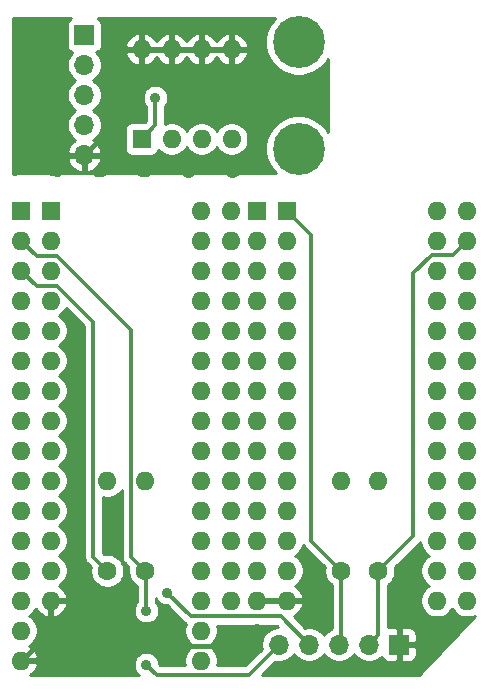
<source format=gbl>
G04 #@! TF.GenerationSoftware,KiCad,Pcbnew,(5.1.6)-1*
G04 #@! TF.CreationDate,2020-07-20T19:56:41+03:00*
G04 #@! TF.ProjectId,CPC_MultiROM_01,4350435f-4d75-46c7-9469-524f4d5f3031,rev?*
G04 #@! TF.SameCoordinates,Original*
G04 #@! TF.FileFunction,Copper,L2,Bot*
G04 #@! TF.FilePolarity,Positive*
%FSLAX46Y46*%
G04 Gerber Fmt 4.6, Leading zero omitted, Abs format (unit mm)*
G04 Created by KiCad (PCBNEW (5.1.6)-1) date 2020-07-20 19:56:41*
%MOMM*%
%LPD*%
G01*
G04 APERTURE LIST*
G04 #@! TA.AperFunction,ComponentPad*
%ADD10O,1.600000X1.600000*%
G04 #@! TD*
G04 #@! TA.AperFunction,ComponentPad*
%ADD11C,1.600000*%
G04 #@! TD*
G04 #@! TA.AperFunction,ComponentPad*
%ADD12R,1.600000X1.600000*%
G04 #@! TD*
G04 #@! TA.AperFunction,ComponentPad*
%ADD13C,0.700000*%
G04 #@! TD*
G04 #@! TA.AperFunction,ComponentPad*
%ADD14C,4.400000*%
G04 #@! TD*
G04 #@! TA.AperFunction,ComponentPad*
%ADD15O,1.700000X1.700000*%
G04 #@! TD*
G04 #@! TA.AperFunction,ComponentPad*
%ADD16R,1.700000X1.700000*%
G04 #@! TD*
G04 #@! TA.AperFunction,ViaPad*
%ADD17C,0.900000*%
G04 #@! TD*
G04 #@! TA.AperFunction,Conductor*
%ADD18C,0.300000*%
G04 #@! TD*
G04 #@! TA.AperFunction,Conductor*
%ADD19C,0.400000*%
G04 #@! TD*
G04 #@! TA.AperFunction,Conductor*
%ADD20C,0.254000*%
G04 #@! TD*
G04 APERTURE END LIST*
D10*
X153750000Y-91880000D03*
D11*
X153750000Y-99500000D03*
D10*
X150622000Y-91880000D03*
D11*
X150622000Y-99500000D03*
D10*
X130810000Y-91880000D03*
D11*
X130810000Y-99500000D03*
D10*
X134000000Y-91880000D03*
D11*
X134000000Y-99500000D03*
D10*
X133700000Y-55330000D03*
X141320000Y-62950000D03*
X136240000Y-55330000D03*
X138780000Y-62950000D03*
X138780000Y-55330000D03*
X136240000Y-62950000D03*
X141320000Y-55330000D03*
D12*
X133700000Y-62950000D03*
D13*
X148166726Y-53583274D03*
X147000000Y-53100000D03*
X145833274Y-53583274D03*
X145350000Y-54750000D03*
X145833274Y-55916726D03*
X147000000Y-56400000D03*
X148166726Y-55916726D03*
X148650000Y-54750000D03*
D14*
X147000000Y-54750000D03*
D13*
X148166726Y-62583274D03*
X147000000Y-62100000D03*
X145833274Y-62583274D03*
X145350000Y-63750000D03*
X145833274Y-64916726D03*
X147000000Y-65400000D03*
X148166726Y-64916726D03*
X148650000Y-63750000D03*
D14*
X147000000Y-63750000D03*
D15*
X128850000Y-64310000D03*
X128850000Y-61770000D03*
X128850000Y-59230000D03*
X128850000Y-56690000D03*
D16*
X128850000Y-54150000D03*
D10*
X158740000Y-69000000D03*
X143500000Y-102020000D03*
X158740000Y-71540000D03*
X143500000Y-99480000D03*
X158740000Y-74080000D03*
X143500000Y-96940000D03*
X158740000Y-76620000D03*
X143500000Y-94400000D03*
X158740000Y-79160000D03*
X143500000Y-91860000D03*
X158740000Y-81700000D03*
X143500000Y-89320000D03*
X158740000Y-84240000D03*
X143500000Y-86780000D03*
X158740000Y-86780000D03*
X143500000Y-84240000D03*
X158740000Y-89320000D03*
X143500000Y-81700000D03*
X158740000Y-91860000D03*
X143500000Y-79160000D03*
X158740000Y-94400000D03*
X143500000Y-76620000D03*
X158740000Y-96940000D03*
X143500000Y-74080000D03*
X158740000Y-99480000D03*
X143500000Y-71540000D03*
X158740000Y-102020000D03*
D12*
X143500000Y-69000000D03*
D15*
X145340000Y-105750000D03*
X147880000Y-105750000D03*
X150420000Y-105750000D03*
X152960000Y-105750000D03*
D16*
X155500000Y-105750000D03*
D10*
X161240000Y-69000000D03*
X146000000Y-102020000D03*
X161240000Y-71540000D03*
X146000000Y-99480000D03*
X161240000Y-74080000D03*
X146000000Y-96940000D03*
X161240000Y-76620000D03*
X146000000Y-94400000D03*
X161240000Y-79160000D03*
X146000000Y-91860000D03*
X161240000Y-81700000D03*
X146000000Y-89320000D03*
X161240000Y-84240000D03*
X146000000Y-86780000D03*
X161240000Y-86780000D03*
X146000000Y-84240000D03*
X161240000Y-89320000D03*
X146000000Y-81700000D03*
X161240000Y-91860000D03*
X146000000Y-79160000D03*
X161240000Y-94400000D03*
X146000000Y-76620000D03*
X161240000Y-96940000D03*
X146000000Y-74080000D03*
X161240000Y-99480000D03*
X146000000Y-71540000D03*
X161240000Y-102020000D03*
D12*
X146000000Y-69000000D03*
D10*
X138740000Y-69000000D03*
X123500000Y-107100000D03*
X138740000Y-71540000D03*
X123500000Y-104560000D03*
X138740000Y-74080000D03*
X123500000Y-102020000D03*
X138740000Y-76620000D03*
X123500000Y-99480000D03*
X138740000Y-79160000D03*
X123500000Y-96940000D03*
X138740000Y-81700000D03*
X123500000Y-94400000D03*
X138740000Y-84240000D03*
X123500000Y-91860000D03*
X138740000Y-86780000D03*
X123500000Y-89320000D03*
X138740000Y-89320000D03*
X123500000Y-86780000D03*
X138740000Y-91860000D03*
X123500000Y-84240000D03*
X138740000Y-94400000D03*
X123500000Y-81700000D03*
X138740000Y-96940000D03*
X123500000Y-79160000D03*
X138740000Y-99480000D03*
X123500000Y-76620000D03*
X138740000Y-102020000D03*
X123500000Y-74080000D03*
X138740000Y-104560000D03*
X123500000Y-71540000D03*
X138740000Y-107100000D03*
D12*
X123500000Y-69000000D03*
D10*
X141240000Y-69000000D03*
X126000000Y-102020000D03*
X141240000Y-71540000D03*
X126000000Y-99480000D03*
X141240000Y-74080000D03*
X126000000Y-96940000D03*
X141240000Y-76620000D03*
X126000000Y-94400000D03*
X141240000Y-79160000D03*
X126000000Y-91860000D03*
X141240000Y-81700000D03*
X126000000Y-89320000D03*
X141240000Y-84240000D03*
X126000000Y-86780000D03*
X141240000Y-86780000D03*
X126000000Y-84240000D03*
X141240000Y-89320000D03*
X126000000Y-81700000D03*
X141240000Y-91860000D03*
X126000000Y-79160000D03*
X141240000Y-94400000D03*
X126000000Y-76620000D03*
X141240000Y-96940000D03*
X126000000Y-74080000D03*
X141240000Y-99480000D03*
X126000000Y-71540000D03*
X141240000Y-102020000D03*
D12*
X126000000Y-69000000D03*
D17*
X135890000Y-101346000D03*
X134112000Y-107442000D03*
X134112000Y-102870000D03*
X143510000Y-104394000D03*
X134874000Y-59436000D03*
D18*
X124839999Y-75419999D02*
X123500000Y-74080000D01*
X126576001Y-75419999D02*
X124839999Y-75419999D01*
X129609999Y-78453997D02*
X126576001Y-75419999D01*
X129609999Y-98299999D02*
X129609999Y-78453997D01*
X130810000Y-99500000D02*
X129609999Y-98299999D01*
X145489999Y-103359999D02*
X137903999Y-103359999D01*
X147880000Y-105750000D02*
X145489999Y-103359999D01*
X137903999Y-103359999D02*
X135890000Y-101346000D01*
X135890000Y-101346000D02*
X135890000Y-101346000D01*
X124839999Y-72879999D02*
X123500000Y-71540000D01*
X126576001Y-72879999D02*
X124839999Y-72879999D01*
X132799999Y-79103997D02*
X126576001Y-72879999D01*
X132799999Y-98299999D02*
X132799999Y-79103997D01*
X134000000Y-99500000D02*
X132799999Y-98299999D01*
X145340000Y-105750000D02*
X145329999Y-105760001D01*
X142789999Y-108300001D02*
X134970001Y-108300001D01*
X145340000Y-105750000D02*
X142789999Y-108300001D01*
X134970001Y-108300001D02*
X134112000Y-107442000D01*
X134112000Y-107442000D02*
X134112000Y-107442000D01*
X134112000Y-99612000D02*
X134000000Y-99500000D01*
X134112000Y-102870000D02*
X134112000Y-99612000D01*
X153750000Y-99500000D02*
X156718000Y-96532000D01*
X160039999Y-72740001D02*
X161240000Y-71540000D01*
X158303997Y-72740001D02*
X160039999Y-72740001D01*
X156718000Y-74325998D02*
X158303997Y-72740001D01*
X156718000Y-96532000D02*
X156718000Y-74325998D01*
X153750000Y-104960000D02*
X152960000Y-105750000D01*
X153750000Y-99500000D02*
X153750000Y-104960000D01*
X150622000Y-99500000D02*
X148082000Y-96960000D01*
X148082000Y-71082000D02*
X146000000Y-69000000D01*
X148082000Y-96960000D02*
X148082000Y-71082000D01*
X150622000Y-105548000D02*
X150420000Y-105750000D01*
X150622000Y-99500000D02*
X150622000Y-105548000D01*
D19*
X124750001Y-105849999D02*
X142054001Y-105849999D01*
X123500000Y-107100000D02*
X124750001Y-105849999D01*
X142054001Y-105849999D02*
X143510000Y-104394000D01*
X143510000Y-104394000D02*
X143510000Y-104394000D01*
X133700000Y-59460000D02*
X133700000Y-55330000D01*
X128850000Y-64310000D02*
X133700000Y-59460000D01*
X133700000Y-55330000D02*
X136240000Y-55330000D01*
X136240000Y-55330000D02*
X138780000Y-55330000D01*
X138780000Y-55330000D02*
X141320000Y-55330000D01*
D18*
X134874000Y-61776000D02*
X133700000Y-62950000D01*
X134874000Y-59436000D02*
X134874000Y-61776000D01*
D20*
G36*
X128825000Y-78779156D02*
G01*
X128824999Y-98261446D01*
X128821202Y-98299999D01*
X128824999Y-98338552D01*
X128824999Y-98338559D01*
X128836358Y-98453885D01*
X128881245Y-98601858D01*
X128954137Y-98738231D01*
X129052235Y-98857763D01*
X129082189Y-98882346D01*
X129405446Y-99205603D01*
X129375000Y-99358665D01*
X129375000Y-99641335D01*
X129430147Y-99918574D01*
X129538320Y-100179727D01*
X129695363Y-100414759D01*
X129895241Y-100614637D01*
X130130273Y-100771680D01*
X130391426Y-100879853D01*
X130668665Y-100935000D01*
X130951335Y-100935000D01*
X131228574Y-100879853D01*
X131489727Y-100771680D01*
X131724759Y-100614637D01*
X131924637Y-100414759D01*
X132081680Y-100179727D01*
X132189853Y-99918574D01*
X132245000Y-99641335D01*
X132245000Y-99358665D01*
X132189853Y-99081426D01*
X132081680Y-98820273D01*
X131924637Y-98585241D01*
X131724759Y-98385363D01*
X131489727Y-98228320D01*
X131228574Y-98120147D01*
X130951335Y-98065000D01*
X130668665Y-98065000D01*
X130515603Y-98095446D01*
X130394999Y-97974842D01*
X130394999Y-93260564D01*
X130668665Y-93315000D01*
X130951335Y-93315000D01*
X131228574Y-93259853D01*
X131489727Y-93151680D01*
X131724759Y-92994637D01*
X131924637Y-92794759D01*
X132014999Y-92659522D01*
X132014999Y-98261446D01*
X132011202Y-98299999D01*
X132014999Y-98338552D01*
X132014999Y-98338559D01*
X132026358Y-98453885D01*
X132071245Y-98601858D01*
X132144137Y-98738231D01*
X132242235Y-98857763D01*
X132272189Y-98882346D01*
X132595446Y-99205603D01*
X132565000Y-99358665D01*
X132565000Y-99641335D01*
X132620147Y-99918574D01*
X132728320Y-100179727D01*
X132885363Y-100414759D01*
X133085241Y-100614637D01*
X133320273Y-100771680D01*
X133327001Y-100774467D01*
X133327000Y-102120578D01*
X133269225Y-102178353D01*
X133150485Y-102356060D01*
X133068696Y-102553517D01*
X133027000Y-102763137D01*
X133027000Y-102976863D01*
X133068696Y-103186483D01*
X133150485Y-103383940D01*
X133269225Y-103561647D01*
X133420353Y-103712775D01*
X133598060Y-103831515D01*
X133795517Y-103913304D01*
X134005137Y-103955000D01*
X134218863Y-103955000D01*
X134428483Y-103913304D01*
X134625940Y-103831515D01*
X134803647Y-103712775D01*
X134954775Y-103561647D01*
X135073515Y-103383940D01*
X135155304Y-103186483D01*
X135197000Y-102976863D01*
X135197000Y-102763137D01*
X135155304Y-102553517D01*
X135073515Y-102356060D01*
X134954775Y-102178353D01*
X134897000Y-102120578D01*
X134897000Y-101783928D01*
X134928485Y-101859940D01*
X135047225Y-102037647D01*
X135198353Y-102188775D01*
X135376060Y-102307515D01*
X135573517Y-102389304D01*
X135783137Y-102431000D01*
X135864843Y-102431000D01*
X137321652Y-103887809D01*
X137346235Y-103917763D01*
X137425758Y-103983027D01*
X137360147Y-104141426D01*
X137305000Y-104418665D01*
X137305000Y-104701335D01*
X137360147Y-104978574D01*
X137468320Y-105239727D01*
X137625363Y-105474759D01*
X137825241Y-105674637D01*
X138057759Y-105830000D01*
X137825241Y-105985363D01*
X137625363Y-106185241D01*
X137468320Y-106420273D01*
X137360147Y-106681426D01*
X137305000Y-106958665D01*
X137305000Y-107241335D01*
X137359436Y-107515001D01*
X135295158Y-107515001D01*
X135197000Y-107416843D01*
X135197000Y-107335137D01*
X135155304Y-107125517D01*
X135073515Y-106928060D01*
X134954775Y-106750353D01*
X134803647Y-106599225D01*
X134625940Y-106480485D01*
X134428483Y-106398696D01*
X134218863Y-106357000D01*
X134005137Y-106357000D01*
X133795517Y-106398696D01*
X133598060Y-106480485D01*
X133420353Y-106599225D01*
X133269225Y-106750353D01*
X133150485Y-106928060D01*
X133068696Y-107125517D01*
X133027000Y-107335137D01*
X133027000Y-107548863D01*
X133068696Y-107758483D01*
X133150485Y-107955940D01*
X133269225Y-108133647D01*
X133420353Y-108284775D01*
X133452118Y-108306000D01*
X124265733Y-108306000D01*
X124355131Y-108252385D01*
X124563519Y-108063414D01*
X124731037Y-107837420D01*
X124851246Y-107583087D01*
X124891904Y-107449039D01*
X124769915Y-107227000D01*
X123627000Y-107227000D01*
X123627000Y-107247000D01*
X123373000Y-107247000D01*
X123373000Y-107227000D01*
X123353000Y-107227000D01*
X123353000Y-106973000D01*
X123373000Y-106973000D01*
X123373000Y-106953000D01*
X123627000Y-106953000D01*
X123627000Y-106973000D01*
X124769915Y-106973000D01*
X124891904Y-106750961D01*
X124851246Y-106616913D01*
X124731037Y-106362580D01*
X124563519Y-106136586D01*
X124355131Y-105947615D01*
X124169135Y-105836067D01*
X124179727Y-105831680D01*
X124414759Y-105674637D01*
X124614637Y-105474759D01*
X124771680Y-105239727D01*
X124879853Y-104978574D01*
X124935000Y-104701335D01*
X124935000Y-104418665D01*
X124879853Y-104141426D01*
X124771680Y-103880273D01*
X124614637Y-103645241D01*
X124414759Y-103445363D01*
X124182241Y-103290000D01*
X124414759Y-103134637D01*
X124614637Y-102934759D01*
X124754118Y-102726011D01*
X124768963Y-102757420D01*
X124936481Y-102983414D01*
X125144869Y-103172385D01*
X125386119Y-103317070D01*
X125650960Y-103411909D01*
X125873000Y-103290624D01*
X125873000Y-102147000D01*
X126127000Y-102147000D01*
X126127000Y-103290624D01*
X126349040Y-103411909D01*
X126613881Y-103317070D01*
X126855131Y-103172385D01*
X127063519Y-102983414D01*
X127231037Y-102757420D01*
X127351246Y-102503087D01*
X127391904Y-102369039D01*
X127269915Y-102147000D01*
X126127000Y-102147000D01*
X125873000Y-102147000D01*
X125853000Y-102147000D01*
X125853000Y-101893000D01*
X125873000Y-101893000D01*
X125873000Y-101873000D01*
X126127000Y-101873000D01*
X126127000Y-101893000D01*
X127269915Y-101893000D01*
X127391904Y-101670961D01*
X127351246Y-101536913D01*
X127231037Y-101282580D01*
X127063519Y-101056586D01*
X126855131Y-100867615D01*
X126669135Y-100756067D01*
X126679727Y-100751680D01*
X126914759Y-100594637D01*
X127114637Y-100394759D01*
X127271680Y-100159727D01*
X127379853Y-99898574D01*
X127435000Y-99621335D01*
X127435000Y-99338665D01*
X127379853Y-99061426D01*
X127271680Y-98800273D01*
X127114637Y-98565241D01*
X126914759Y-98365363D01*
X126682241Y-98210000D01*
X126914759Y-98054637D01*
X127114637Y-97854759D01*
X127271680Y-97619727D01*
X127379853Y-97358574D01*
X127435000Y-97081335D01*
X127435000Y-96798665D01*
X127379853Y-96521426D01*
X127271680Y-96260273D01*
X127114637Y-96025241D01*
X126914759Y-95825363D01*
X126682241Y-95670000D01*
X126914759Y-95514637D01*
X127114637Y-95314759D01*
X127271680Y-95079727D01*
X127379853Y-94818574D01*
X127435000Y-94541335D01*
X127435000Y-94258665D01*
X127379853Y-93981426D01*
X127271680Y-93720273D01*
X127114637Y-93485241D01*
X126914759Y-93285363D01*
X126682241Y-93130000D01*
X126914759Y-92974637D01*
X127114637Y-92774759D01*
X127271680Y-92539727D01*
X127379853Y-92278574D01*
X127435000Y-92001335D01*
X127435000Y-91718665D01*
X127379853Y-91441426D01*
X127271680Y-91180273D01*
X127114637Y-90945241D01*
X126914759Y-90745363D01*
X126682241Y-90590000D01*
X126914759Y-90434637D01*
X127114637Y-90234759D01*
X127271680Y-89999727D01*
X127379853Y-89738574D01*
X127435000Y-89461335D01*
X127435000Y-89178665D01*
X127379853Y-88901426D01*
X127271680Y-88640273D01*
X127114637Y-88405241D01*
X126914759Y-88205363D01*
X126682241Y-88050000D01*
X126914759Y-87894637D01*
X127114637Y-87694759D01*
X127271680Y-87459727D01*
X127379853Y-87198574D01*
X127435000Y-86921335D01*
X127435000Y-86638665D01*
X127379853Y-86361426D01*
X127271680Y-86100273D01*
X127114637Y-85865241D01*
X126914759Y-85665363D01*
X126682241Y-85510000D01*
X126914759Y-85354637D01*
X127114637Y-85154759D01*
X127271680Y-84919727D01*
X127379853Y-84658574D01*
X127435000Y-84381335D01*
X127435000Y-84098665D01*
X127379853Y-83821426D01*
X127271680Y-83560273D01*
X127114637Y-83325241D01*
X126914759Y-83125363D01*
X126682241Y-82970000D01*
X126914759Y-82814637D01*
X127114637Y-82614759D01*
X127271680Y-82379727D01*
X127379853Y-82118574D01*
X127435000Y-81841335D01*
X127435000Y-81558665D01*
X127379853Y-81281426D01*
X127271680Y-81020273D01*
X127114637Y-80785241D01*
X126914759Y-80585363D01*
X126682241Y-80430000D01*
X126914759Y-80274637D01*
X127114637Y-80074759D01*
X127271680Y-79839727D01*
X127379853Y-79578574D01*
X127435000Y-79301335D01*
X127435000Y-79018665D01*
X127379853Y-78741426D01*
X127271680Y-78480273D01*
X127114637Y-78245241D01*
X126914759Y-78045363D01*
X126682241Y-77890000D01*
X126914759Y-77734637D01*
X127114637Y-77534759D01*
X127271680Y-77299727D01*
X127293322Y-77247478D01*
X128825000Y-78779156D01*
G37*
X128825000Y-78779156D02*
X128824999Y-98261446D01*
X128821202Y-98299999D01*
X128824999Y-98338552D01*
X128824999Y-98338559D01*
X128836358Y-98453885D01*
X128881245Y-98601858D01*
X128954137Y-98738231D01*
X129052235Y-98857763D01*
X129082189Y-98882346D01*
X129405446Y-99205603D01*
X129375000Y-99358665D01*
X129375000Y-99641335D01*
X129430147Y-99918574D01*
X129538320Y-100179727D01*
X129695363Y-100414759D01*
X129895241Y-100614637D01*
X130130273Y-100771680D01*
X130391426Y-100879853D01*
X130668665Y-100935000D01*
X130951335Y-100935000D01*
X131228574Y-100879853D01*
X131489727Y-100771680D01*
X131724759Y-100614637D01*
X131924637Y-100414759D01*
X132081680Y-100179727D01*
X132189853Y-99918574D01*
X132245000Y-99641335D01*
X132245000Y-99358665D01*
X132189853Y-99081426D01*
X132081680Y-98820273D01*
X131924637Y-98585241D01*
X131724759Y-98385363D01*
X131489727Y-98228320D01*
X131228574Y-98120147D01*
X130951335Y-98065000D01*
X130668665Y-98065000D01*
X130515603Y-98095446D01*
X130394999Y-97974842D01*
X130394999Y-93260564D01*
X130668665Y-93315000D01*
X130951335Y-93315000D01*
X131228574Y-93259853D01*
X131489727Y-93151680D01*
X131724759Y-92994637D01*
X131924637Y-92794759D01*
X132014999Y-92659522D01*
X132014999Y-98261446D01*
X132011202Y-98299999D01*
X132014999Y-98338552D01*
X132014999Y-98338559D01*
X132026358Y-98453885D01*
X132071245Y-98601858D01*
X132144137Y-98738231D01*
X132242235Y-98857763D01*
X132272189Y-98882346D01*
X132595446Y-99205603D01*
X132565000Y-99358665D01*
X132565000Y-99641335D01*
X132620147Y-99918574D01*
X132728320Y-100179727D01*
X132885363Y-100414759D01*
X133085241Y-100614637D01*
X133320273Y-100771680D01*
X133327001Y-100774467D01*
X133327000Y-102120578D01*
X133269225Y-102178353D01*
X133150485Y-102356060D01*
X133068696Y-102553517D01*
X133027000Y-102763137D01*
X133027000Y-102976863D01*
X133068696Y-103186483D01*
X133150485Y-103383940D01*
X133269225Y-103561647D01*
X133420353Y-103712775D01*
X133598060Y-103831515D01*
X133795517Y-103913304D01*
X134005137Y-103955000D01*
X134218863Y-103955000D01*
X134428483Y-103913304D01*
X134625940Y-103831515D01*
X134803647Y-103712775D01*
X134954775Y-103561647D01*
X135073515Y-103383940D01*
X135155304Y-103186483D01*
X135197000Y-102976863D01*
X135197000Y-102763137D01*
X135155304Y-102553517D01*
X135073515Y-102356060D01*
X134954775Y-102178353D01*
X134897000Y-102120578D01*
X134897000Y-101783928D01*
X134928485Y-101859940D01*
X135047225Y-102037647D01*
X135198353Y-102188775D01*
X135376060Y-102307515D01*
X135573517Y-102389304D01*
X135783137Y-102431000D01*
X135864843Y-102431000D01*
X137321652Y-103887809D01*
X137346235Y-103917763D01*
X137425758Y-103983027D01*
X137360147Y-104141426D01*
X137305000Y-104418665D01*
X137305000Y-104701335D01*
X137360147Y-104978574D01*
X137468320Y-105239727D01*
X137625363Y-105474759D01*
X137825241Y-105674637D01*
X138057759Y-105830000D01*
X137825241Y-105985363D01*
X137625363Y-106185241D01*
X137468320Y-106420273D01*
X137360147Y-106681426D01*
X137305000Y-106958665D01*
X137305000Y-107241335D01*
X137359436Y-107515001D01*
X135295158Y-107515001D01*
X135197000Y-107416843D01*
X135197000Y-107335137D01*
X135155304Y-107125517D01*
X135073515Y-106928060D01*
X134954775Y-106750353D01*
X134803647Y-106599225D01*
X134625940Y-106480485D01*
X134428483Y-106398696D01*
X134218863Y-106357000D01*
X134005137Y-106357000D01*
X133795517Y-106398696D01*
X133598060Y-106480485D01*
X133420353Y-106599225D01*
X133269225Y-106750353D01*
X133150485Y-106928060D01*
X133068696Y-107125517D01*
X133027000Y-107335137D01*
X133027000Y-107548863D01*
X133068696Y-107758483D01*
X133150485Y-107955940D01*
X133269225Y-108133647D01*
X133420353Y-108284775D01*
X133452118Y-108306000D01*
X124265733Y-108306000D01*
X124355131Y-108252385D01*
X124563519Y-108063414D01*
X124731037Y-107837420D01*
X124851246Y-107583087D01*
X124891904Y-107449039D01*
X124769915Y-107227000D01*
X123627000Y-107227000D01*
X123627000Y-107247000D01*
X123373000Y-107247000D01*
X123373000Y-107227000D01*
X123353000Y-107227000D01*
X123353000Y-106973000D01*
X123373000Y-106973000D01*
X123373000Y-106953000D01*
X123627000Y-106953000D01*
X123627000Y-106973000D01*
X124769915Y-106973000D01*
X124891904Y-106750961D01*
X124851246Y-106616913D01*
X124731037Y-106362580D01*
X124563519Y-106136586D01*
X124355131Y-105947615D01*
X124169135Y-105836067D01*
X124179727Y-105831680D01*
X124414759Y-105674637D01*
X124614637Y-105474759D01*
X124771680Y-105239727D01*
X124879853Y-104978574D01*
X124935000Y-104701335D01*
X124935000Y-104418665D01*
X124879853Y-104141426D01*
X124771680Y-103880273D01*
X124614637Y-103645241D01*
X124414759Y-103445363D01*
X124182241Y-103290000D01*
X124414759Y-103134637D01*
X124614637Y-102934759D01*
X124754118Y-102726011D01*
X124768963Y-102757420D01*
X124936481Y-102983414D01*
X125144869Y-103172385D01*
X125386119Y-103317070D01*
X125650960Y-103411909D01*
X125873000Y-103290624D01*
X125873000Y-102147000D01*
X126127000Y-102147000D01*
X126127000Y-103290624D01*
X126349040Y-103411909D01*
X126613881Y-103317070D01*
X126855131Y-103172385D01*
X127063519Y-102983414D01*
X127231037Y-102757420D01*
X127351246Y-102503087D01*
X127391904Y-102369039D01*
X127269915Y-102147000D01*
X126127000Y-102147000D01*
X125873000Y-102147000D01*
X125853000Y-102147000D01*
X125853000Y-101893000D01*
X125873000Y-101893000D01*
X125873000Y-101873000D01*
X126127000Y-101873000D01*
X126127000Y-101893000D01*
X127269915Y-101893000D01*
X127391904Y-101670961D01*
X127351246Y-101536913D01*
X127231037Y-101282580D01*
X127063519Y-101056586D01*
X126855131Y-100867615D01*
X126669135Y-100756067D01*
X126679727Y-100751680D01*
X126914759Y-100594637D01*
X127114637Y-100394759D01*
X127271680Y-100159727D01*
X127379853Y-99898574D01*
X127435000Y-99621335D01*
X127435000Y-99338665D01*
X127379853Y-99061426D01*
X127271680Y-98800273D01*
X127114637Y-98565241D01*
X126914759Y-98365363D01*
X126682241Y-98210000D01*
X126914759Y-98054637D01*
X127114637Y-97854759D01*
X127271680Y-97619727D01*
X127379853Y-97358574D01*
X127435000Y-97081335D01*
X127435000Y-96798665D01*
X127379853Y-96521426D01*
X127271680Y-96260273D01*
X127114637Y-96025241D01*
X126914759Y-95825363D01*
X126682241Y-95670000D01*
X126914759Y-95514637D01*
X127114637Y-95314759D01*
X127271680Y-95079727D01*
X127379853Y-94818574D01*
X127435000Y-94541335D01*
X127435000Y-94258665D01*
X127379853Y-93981426D01*
X127271680Y-93720273D01*
X127114637Y-93485241D01*
X126914759Y-93285363D01*
X126682241Y-93130000D01*
X126914759Y-92974637D01*
X127114637Y-92774759D01*
X127271680Y-92539727D01*
X127379853Y-92278574D01*
X127435000Y-92001335D01*
X127435000Y-91718665D01*
X127379853Y-91441426D01*
X127271680Y-91180273D01*
X127114637Y-90945241D01*
X126914759Y-90745363D01*
X126682241Y-90590000D01*
X126914759Y-90434637D01*
X127114637Y-90234759D01*
X127271680Y-89999727D01*
X127379853Y-89738574D01*
X127435000Y-89461335D01*
X127435000Y-89178665D01*
X127379853Y-88901426D01*
X127271680Y-88640273D01*
X127114637Y-88405241D01*
X126914759Y-88205363D01*
X126682241Y-88050000D01*
X126914759Y-87894637D01*
X127114637Y-87694759D01*
X127271680Y-87459727D01*
X127379853Y-87198574D01*
X127435000Y-86921335D01*
X127435000Y-86638665D01*
X127379853Y-86361426D01*
X127271680Y-86100273D01*
X127114637Y-85865241D01*
X126914759Y-85665363D01*
X126682241Y-85510000D01*
X126914759Y-85354637D01*
X127114637Y-85154759D01*
X127271680Y-84919727D01*
X127379853Y-84658574D01*
X127435000Y-84381335D01*
X127435000Y-84098665D01*
X127379853Y-83821426D01*
X127271680Y-83560273D01*
X127114637Y-83325241D01*
X126914759Y-83125363D01*
X126682241Y-82970000D01*
X126914759Y-82814637D01*
X127114637Y-82614759D01*
X127271680Y-82379727D01*
X127379853Y-82118574D01*
X127435000Y-81841335D01*
X127435000Y-81558665D01*
X127379853Y-81281426D01*
X127271680Y-81020273D01*
X127114637Y-80785241D01*
X126914759Y-80585363D01*
X126682241Y-80430000D01*
X126914759Y-80274637D01*
X127114637Y-80074759D01*
X127271680Y-79839727D01*
X127379853Y-79578574D01*
X127435000Y-79301335D01*
X127435000Y-79018665D01*
X127379853Y-78741426D01*
X127271680Y-78480273D01*
X127114637Y-78245241D01*
X126914759Y-78045363D01*
X126682241Y-77890000D01*
X126914759Y-77734637D01*
X127114637Y-77534759D01*
X127271680Y-77299727D01*
X127293322Y-77247478D01*
X128825000Y-78779156D01*
G36*
X157305000Y-97081335D02*
G01*
X157360147Y-97358574D01*
X157468320Y-97619727D01*
X157625363Y-97854759D01*
X157825241Y-98054637D01*
X158057759Y-98210000D01*
X157825241Y-98365363D01*
X157625363Y-98565241D01*
X157468320Y-98800273D01*
X157360147Y-99061426D01*
X157305000Y-99338665D01*
X157305000Y-99621335D01*
X157360147Y-99898574D01*
X157468320Y-100159727D01*
X157625363Y-100394759D01*
X157825241Y-100594637D01*
X158057759Y-100750000D01*
X157825241Y-100905363D01*
X157625363Y-101105241D01*
X157468320Y-101340273D01*
X157360147Y-101601426D01*
X157305000Y-101878665D01*
X157305000Y-102161335D01*
X157360147Y-102438574D01*
X157468320Y-102699727D01*
X157625363Y-102934759D01*
X157825241Y-103134637D01*
X158060273Y-103291680D01*
X158321426Y-103399853D01*
X158598665Y-103455000D01*
X158881335Y-103455000D01*
X159158574Y-103399853D01*
X159419727Y-103291680D01*
X159654759Y-103134637D01*
X159854637Y-102934759D01*
X159990000Y-102732173D01*
X160125363Y-102934759D01*
X160325241Y-103134637D01*
X160560273Y-103291680D01*
X160821426Y-103399853D01*
X161098665Y-103455000D01*
X161381335Y-103455000D01*
X161658574Y-103399853D01*
X161900001Y-103299851D01*
X161900001Y-103367998D01*
X157197144Y-108306000D01*
X143894157Y-108306000D01*
X145003082Y-107197076D01*
X145193740Y-107235000D01*
X145486260Y-107235000D01*
X145773158Y-107177932D01*
X146043411Y-107065990D01*
X146286632Y-106903475D01*
X146493475Y-106696632D01*
X146610000Y-106522240D01*
X146726525Y-106696632D01*
X146933368Y-106903475D01*
X147176589Y-107065990D01*
X147446842Y-107177932D01*
X147733740Y-107235000D01*
X148026260Y-107235000D01*
X148313158Y-107177932D01*
X148583411Y-107065990D01*
X148826632Y-106903475D01*
X149033475Y-106696632D01*
X149150000Y-106522240D01*
X149266525Y-106696632D01*
X149473368Y-106903475D01*
X149716589Y-107065990D01*
X149986842Y-107177932D01*
X150273740Y-107235000D01*
X150566260Y-107235000D01*
X150853158Y-107177932D01*
X151123411Y-107065990D01*
X151366632Y-106903475D01*
X151573475Y-106696632D01*
X151690000Y-106522240D01*
X151806525Y-106696632D01*
X152013368Y-106903475D01*
X152256589Y-107065990D01*
X152526842Y-107177932D01*
X152813740Y-107235000D01*
X153106260Y-107235000D01*
X153393158Y-107177932D01*
X153663411Y-107065990D01*
X153906632Y-106903475D01*
X154038487Y-106771620D01*
X154060498Y-106844180D01*
X154119463Y-106954494D01*
X154198815Y-107051185D01*
X154295506Y-107130537D01*
X154405820Y-107189502D01*
X154525518Y-107225812D01*
X154650000Y-107238072D01*
X155214250Y-107235000D01*
X155373000Y-107076250D01*
X155373000Y-105877000D01*
X155627000Y-105877000D01*
X155627000Y-107076250D01*
X155785750Y-107235000D01*
X156350000Y-107238072D01*
X156474482Y-107225812D01*
X156594180Y-107189502D01*
X156704494Y-107130537D01*
X156801185Y-107051185D01*
X156880537Y-106954494D01*
X156939502Y-106844180D01*
X156975812Y-106724482D01*
X156988072Y-106600000D01*
X156985000Y-106035750D01*
X156826250Y-105877000D01*
X155627000Y-105877000D01*
X155373000Y-105877000D01*
X155353000Y-105877000D01*
X155353000Y-105623000D01*
X155373000Y-105623000D01*
X155373000Y-104423750D01*
X155627000Y-104423750D01*
X155627000Y-105623000D01*
X156826250Y-105623000D01*
X156985000Y-105464250D01*
X156988072Y-104900000D01*
X156975812Y-104775518D01*
X156939502Y-104655820D01*
X156880537Y-104545506D01*
X156801185Y-104448815D01*
X156704494Y-104369463D01*
X156594180Y-104310498D01*
X156474482Y-104274188D01*
X156350000Y-104261928D01*
X155785750Y-104265000D01*
X155627000Y-104423750D01*
X155373000Y-104423750D01*
X155214250Y-104265000D01*
X154650000Y-104261928D01*
X154535000Y-104273254D01*
X154535000Y-100701339D01*
X154664759Y-100614637D01*
X154864637Y-100414759D01*
X155021680Y-100179727D01*
X155129853Y-99918574D01*
X155185000Y-99641335D01*
X155185000Y-99358665D01*
X155154554Y-99205603D01*
X157245811Y-97114346D01*
X157275764Y-97089764D01*
X157305000Y-97054140D01*
X157305000Y-97081335D01*
G37*
X157305000Y-97081335D02*
X157360147Y-97358574D01*
X157468320Y-97619727D01*
X157625363Y-97854759D01*
X157825241Y-98054637D01*
X158057759Y-98210000D01*
X157825241Y-98365363D01*
X157625363Y-98565241D01*
X157468320Y-98800273D01*
X157360147Y-99061426D01*
X157305000Y-99338665D01*
X157305000Y-99621335D01*
X157360147Y-99898574D01*
X157468320Y-100159727D01*
X157625363Y-100394759D01*
X157825241Y-100594637D01*
X158057759Y-100750000D01*
X157825241Y-100905363D01*
X157625363Y-101105241D01*
X157468320Y-101340273D01*
X157360147Y-101601426D01*
X157305000Y-101878665D01*
X157305000Y-102161335D01*
X157360147Y-102438574D01*
X157468320Y-102699727D01*
X157625363Y-102934759D01*
X157825241Y-103134637D01*
X158060273Y-103291680D01*
X158321426Y-103399853D01*
X158598665Y-103455000D01*
X158881335Y-103455000D01*
X159158574Y-103399853D01*
X159419727Y-103291680D01*
X159654759Y-103134637D01*
X159854637Y-102934759D01*
X159990000Y-102732173D01*
X160125363Y-102934759D01*
X160325241Y-103134637D01*
X160560273Y-103291680D01*
X160821426Y-103399853D01*
X161098665Y-103455000D01*
X161381335Y-103455000D01*
X161658574Y-103399853D01*
X161900001Y-103299851D01*
X161900001Y-103367998D01*
X157197144Y-108306000D01*
X143894157Y-108306000D01*
X145003082Y-107197076D01*
X145193740Y-107235000D01*
X145486260Y-107235000D01*
X145773158Y-107177932D01*
X146043411Y-107065990D01*
X146286632Y-106903475D01*
X146493475Y-106696632D01*
X146610000Y-106522240D01*
X146726525Y-106696632D01*
X146933368Y-106903475D01*
X147176589Y-107065990D01*
X147446842Y-107177932D01*
X147733740Y-107235000D01*
X148026260Y-107235000D01*
X148313158Y-107177932D01*
X148583411Y-107065990D01*
X148826632Y-106903475D01*
X149033475Y-106696632D01*
X149150000Y-106522240D01*
X149266525Y-106696632D01*
X149473368Y-106903475D01*
X149716589Y-107065990D01*
X149986842Y-107177932D01*
X150273740Y-107235000D01*
X150566260Y-107235000D01*
X150853158Y-107177932D01*
X151123411Y-107065990D01*
X151366632Y-106903475D01*
X151573475Y-106696632D01*
X151690000Y-106522240D01*
X151806525Y-106696632D01*
X152013368Y-106903475D01*
X152256589Y-107065990D01*
X152526842Y-107177932D01*
X152813740Y-107235000D01*
X153106260Y-107235000D01*
X153393158Y-107177932D01*
X153663411Y-107065990D01*
X153906632Y-106903475D01*
X154038487Y-106771620D01*
X154060498Y-106844180D01*
X154119463Y-106954494D01*
X154198815Y-107051185D01*
X154295506Y-107130537D01*
X154405820Y-107189502D01*
X154525518Y-107225812D01*
X154650000Y-107238072D01*
X155214250Y-107235000D01*
X155373000Y-107076250D01*
X155373000Y-105877000D01*
X155627000Y-105877000D01*
X155627000Y-107076250D01*
X155785750Y-107235000D01*
X156350000Y-107238072D01*
X156474482Y-107225812D01*
X156594180Y-107189502D01*
X156704494Y-107130537D01*
X156801185Y-107051185D01*
X156880537Y-106954494D01*
X156939502Y-106844180D01*
X156975812Y-106724482D01*
X156988072Y-106600000D01*
X156985000Y-106035750D01*
X156826250Y-105877000D01*
X155627000Y-105877000D01*
X155373000Y-105877000D01*
X155353000Y-105877000D01*
X155353000Y-105623000D01*
X155373000Y-105623000D01*
X155373000Y-104423750D01*
X155627000Y-104423750D01*
X155627000Y-105623000D01*
X156826250Y-105623000D01*
X156985000Y-105464250D01*
X156988072Y-104900000D01*
X156975812Y-104775518D01*
X156939502Y-104655820D01*
X156880537Y-104545506D01*
X156801185Y-104448815D01*
X156704494Y-104369463D01*
X156594180Y-104310498D01*
X156474482Y-104274188D01*
X156350000Y-104261928D01*
X155785750Y-104265000D01*
X155627000Y-104423750D01*
X155373000Y-104423750D01*
X155214250Y-104265000D01*
X154650000Y-104261928D01*
X154535000Y-104273254D01*
X154535000Y-100701339D01*
X154664759Y-100614637D01*
X154864637Y-100414759D01*
X155021680Y-100179727D01*
X155129853Y-99918574D01*
X155185000Y-99641335D01*
X155185000Y-99358665D01*
X155154554Y-99205603D01*
X157245811Y-97114346D01*
X157275764Y-97089764D01*
X157305000Y-97054140D01*
X157305000Y-97081335D01*
G36*
X145284843Y-104265000D02*
G01*
X145193740Y-104265000D01*
X144906842Y-104322068D01*
X144636589Y-104434010D01*
X144393368Y-104596525D01*
X144186525Y-104803368D01*
X144024010Y-105046589D01*
X143912068Y-105316842D01*
X143855000Y-105603740D01*
X143855000Y-105896260D01*
X143892924Y-106086918D01*
X142464842Y-107515001D01*
X140120564Y-107515001D01*
X140175000Y-107241335D01*
X140175000Y-106958665D01*
X140119853Y-106681426D01*
X140011680Y-106420273D01*
X139854637Y-106185241D01*
X139654759Y-105985363D01*
X139422241Y-105830000D01*
X139654759Y-105674637D01*
X139854637Y-105474759D01*
X140011680Y-105239727D01*
X140119853Y-104978574D01*
X140175000Y-104701335D01*
X140175000Y-104418665D01*
X140120564Y-104144999D01*
X145164842Y-104144999D01*
X145284843Y-104265000D01*
G37*
X145284843Y-104265000D02*
X145193740Y-104265000D01*
X144906842Y-104322068D01*
X144636589Y-104434010D01*
X144393368Y-104596525D01*
X144186525Y-104803368D01*
X144024010Y-105046589D01*
X143912068Y-105316842D01*
X143855000Y-105603740D01*
X143855000Y-105896260D01*
X143892924Y-106086918D01*
X142464842Y-107515001D01*
X140120564Y-107515001D01*
X140175000Y-107241335D01*
X140175000Y-106958665D01*
X140119853Y-106681426D01*
X140011680Y-106420273D01*
X139854637Y-106185241D01*
X139654759Y-105985363D01*
X139422241Y-105830000D01*
X139654759Y-105674637D01*
X139854637Y-105474759D01*
X140011680Y-105239727D01*
X140119853Y-104978574D01*
X140175000Y-104701335D01*
X140175000Y-104418665D01*
X140120564Y-104144999D01*
X145164842Y-104144999D01*
X145284843Y-104265000D01*
G36*
X147426138Y-97398232D02*
G01*
X147524236Y-97517764D01*
X147554190Y-97542347D01*
X149217446Y-99205604D01*
X149187000Y-99358665D01*
X149187000Y-99641335D01*
X149242147Y-99918574D01*
X149350320Y-100179727D01*
X149507363Y-100414759D01*
X149707241Y-100614637D01*
X149837000Y-100701339D01*
X149837001Y-104384134D01*
X149716589Y-104434010D01*
X149473368Y-104596525D01*
X149266525Y-104803368D01*
X149150000Y-104977760D01*
X149033475Y-104803368D01*
X148826632Y-104596525D01*
X148583411Y-104434010D01*
X148313158Y-104322068D01*
X148026260Y-104265000D01*
X147733740Y-104265000D01*
X147543082Y-104302925D01*
X146572165Y-103332008D01*
X146613881Y-103317070D01*
X146855131Y-103172385D01*
X147063519Y-102983414D01*
X147231037Y-102757420D01*
X147351246Y-102503087D01*
X147391904Y-102369039D01*
X147269915Y-102147000D01*
X146127000Y-102147000D01*
X146127000Y-102167000D01*
X145873000Y-102167000D01*
X145873000Y-102147000D01*
X143627000Y-102147000D01*
X143627000Y-102167000D01*
X143373000Y-102167000D01*
X143373000Y-102147000D01*
X143353000Y-102147000D01*
X143353000Y-101893000D01*
X143373000Y-101893000D01*
X143373000Y-101873000D01*
X143627000Y-101873000D01*
X143627000Y-101893000D01*
X145873000Y-101893000D01*
X145873000Y-101873000D01*
X146127000Y-101873000D01*
X146127000Y-101893000D01*
X147269915Y-101893000D01*
X147391904Y-101670961D01*
X147351246Y-101536913D01*
X147231037Y-101282580D01*
X147063519Y-101056586D01*
X146855131Y-100867615D01*
X146669135Y-100756067D01*
X146679727Y-100751680D01*
X146914759Y-100594637D01*
X147114637Y-100394759D01*
X147271680Y-100159727D01*
X147379853Y-99898574D01*
X147435000Y-99621335D01*
X147435000Y-99338665D01*
X147379853Y-99061426D01*
X147271680Y-98800273D01*
X147114637Y-98565241D01*
X146914759Y-98365363D01*
X146682241Y-98210000D01*
X146914759Y-98054637D01*
X147114637Y-97854759D01*
X147271680Y-97619727D01*
X147379853Y-97358574D01*
X147386657Y-97324368D01*
X147426138Y-97398232D01*
G37*
X147426138Y-97398232D02*
X147524236Y-97517764D01*
X147554190Y-97542347D01*
X149217446Y-99205604D01*
X149187000Y-99358665D01*
X149187000Y-99641335D01*
X149242147Y-99918574D01*
X149350320Y-100179727D01*
X149507363Y-100414759D01*
X149707241Y-100614637D01*
X149837000Y-100701339D01*
X149837001Y-104384134D01*
X149716589Y-104434010D01*
X149473368Y-104596525D01*
X149266525Y-104803368D01*
X149150000Y-104977760D01*
X149033475Y-104803368D01*
X148826632Y-104596525D01*
X148583411Y-104434010D01*
X148313158Y-104322068D01*
X148026260Y-104265000D01*
X147733740Y-104265000D01*
X147543082Y-104302925D01*
X146572165Y-103332008D01*
X146613881Y-103317070D01*
X146855131Y-103172385D01*
X147063519Y-102983414D01*
X147231037Y-102757420D01*
X147351246Y-102503087D01*
X147391904Y-102369039D01*
X147269915Y-102147000D01*
X146127000Y-102147000D01*
X146127000Y-102167000D01*
X145873000Y-102167000D01*
X145873000Y-102147000D01*
X143627000Y-102147000D01*
X143627000Y-102167000D01*
X143373000Y-102167000D01*
X143373000Y-102147000D01*
X143353000Y-102147000D01*
X143353000Y-101893000D01*
X143373000Y-101893000D01*
X143373000Y-101873000D01*
X143627000Y-101873000D01*
X143627000Y-101893000D01*
X145873000Y-101893000D01*
X145873000Y-101873000D01*
X146127000Y-101873000D01*
X146127000Y-101893000D01*
X147269915Y-101893000D01*
X147391904Y-101670961D01*
X147351246Y-101536913D01*
X147231037Y-101282580D01*
X147063519Y-101056586D01*
X146855131Y-100867615D01*
X146669135Y-100756067D01*
X146679727Y-100751680D01*
X146914759Y-100594637D01*
X147114637Y-100394759D01*
X147271680Y-100159727D01*
X147379853Y-99898574D01*
X147435000Y-99621335D01*
X147435000Y-99338665D01*
X147379853Y-99061426D01*
X147271680Y-98800273D01*
X147114637Y-98565241D01*
X146914759Y-98365363D01*
X146682241Y-98210000D01*
X146914759Y-98054637D01*
X147114637Y-97854759D01*
X147271680Y-97619727D01*
X147379853Y-97358574D01*
X147386657Y-97324368D01*
X147426138Y-97398232D01*
G36*
X127645506Y-52769463D02*
G01*
X127548815Y-52848815D01*
X127469463Y-52945506D01*
X127410498Y-53055820D01*
X127374188Y-53175518D01*
X127361928Y-53300000D01*
X127361928Y-55000000D01*
X127374188Y-55124482D01*
X127410498Y-55244180D01*
X127469463Y-55354494D01*
X127548815Y-55451185D01*
X127645506Y-55530537D01*
X127755820Y-55589502D01*
X127828380Y-55611513D01*
X127696525Y-55743368D01*
X127534010Y-55986589D01*
X127422068Y-56256842D01*
X127365000Y-56543740D01*
X127365000Y-56836260D01*
X127422068Y-57123158D01*
X127534010Y-57393411D01*
X127696525Y-57636632D01*
X127903368Y-57843475D01*
X128077760Y-57960000D01*
X127903368Y-58076525D01*
X127696525Y-58283368D01*
X127534010Y-58526589D01*
X127422068Y-58796842D01*
X127365000Y-59083740D01*
X127365000Y-59376260D01*
X127422068Y-59663158D01*
X127534010Y-59933411D01*
X127696525Y-60176632D01*
X127903368Y-60383475D01*
X128077760Y-60500000D01*
X127903368Y-60616525D01*
X127696525Y-60823368D01*
X127534010Y-61066589D01*
X127422068Y-61336842D01*
X127365000Y-61623740D01*
X127365000Y-61916260D01*
X127422068Y-62203158D01*
X127534010Y-62473411D01*
X127696525Y-62716632D01*
X127903368Y-62923475D01*
X128085534Y-63045195D01*
X127968645Y-63114822D01*
X127752412Y-63309731D01*
X127578359Y-63543080D01*
X127453175Y-63805901D01*
X127408524Y-63953110D01*
X127529845Y-64183000D01*
X128723000Y-64183000D01*
X128723000Y-64163000D01*
X128977000Y-64163000D01*
X128977000Y-64183000D01*
X130170155Y-64183000D01*
X130291476Y-63953110D01*
X130246825Y-63805901D01*
X130121641Y-63543080D01*
X129947588Y-63309731D01*
X129731355Y-63114822D01*
X129614466Y-63045195D01*
X129796632Y-62923475D01*
X130003475Y-62716632D01*
X130165990Y-62473411D01*
X130277932Y-62203158D01*
X130288505Y-62150000D01*
X132261928Y-62150000D01*
X132261928Y-63750000D01*
X132274188Y-63874482D01*
X132310498Y-63994180D01*
X132369463Y-64104494D01*
X132448815Y-64201185D01*
X132545506Y-64280537D01*
X132655820Y-64339502D01*
X132775518Y-64375812D01*
X132900000Y-64388072D01*
X134500000Y-64388072D01*
X134624482Y-64375812D01*
X134744180Y-64339502D01*
X134854494Y-64280537D01*
X134951185Y-64201185D01*
X135030537Y-64104494D01*
X135089502Y-63994180D01*
X135125812Y-63874482D01*
X135126643Y-63866039D01*
X135325241Y-64064637D01*
X135560273Y-64221680D01*
X135821426Y-64329853D01*
X136098665Y-64385000D01*
X136381335Y-64385000D01*
X136658574Y-64329853D01*
X136919727Y-64221680D01*
X137154759Y-64064637D01*
X137354637Y-63864759D01*
X137510000Y-63632241D01*
X137665363Y-63864759D01*
X137865241Y-64064637D01*
X138100273Y-64221680D01*
X138361426Y-64329853D01*
X138638665Y-64385000D01*
X138921335Y-64385000D01*
X139198574Y-64329853D01*
X139459727Y-64221680D01*
X139694759Y-64064637D01*
X139894637Y-63864759D01*
X140050000Y-63632241D01*
X140205363Y-63864759D01*
X140405241Y-64064637D01*
X140640273Y-64221680D01*
X140901426Y-64329853D01*
X141178665Y-64385000D01*
X141461335Y-64385000D01*
X141738574Y-64329853D01*
X141999727Y-64221680D01*
X142234759Y-64064637D01*
X142434637Y-63864759D01*
X142591680Y-63629727D01*
X142699853Y-63368574D01*
X142755000Y-63091335D01*
X142755000Y-62808665D01*
X142699853Y-62531426D01*
X142591680Y-62270273D01*
X142434637Y-62035241D01*
X142234759Y-61835363D01*
X141999727Y-61678320D01*
X141738574Y-61570147D01*
X141461335Y-61515000D01*
X141178665Y-61515000D01*
X140901426Y-61570147D01*
X140640273Y-61678320D01*
X140405241Y-61835363D01*
X140205363Y-62035241D01*
X140050000Y-62267759D01*
X139894637Y-62035241D01*
X139694759Y-61835363D01*
X139459727Y-61678320D01*
X139198574Y-61570147D01*
X138921335Y-61515000D01*
X138638665Y-61515000D01*
X138361426Y-61570147D01*
X138100273Y-61678320D01*
X137865241Y-61835363D01*
X137665363Y-62035241D01*
X137510000Y-62267759D01*
X137354637Y-62035241D01*
X137154759Y-61835363D01*
X136919727Y-61678320D01*
X136658574Y-61570147D01*
X136381335Y-61515000D01*
X136098665Y-61515000D01*
X135821426Y-61570147D01*
X135659000Y-61637426D01*
X135659000Y-60185422D01*
X135716775Y-60127647D01*
X135835515Y-59949940D01*
X135917304Y-59752483D01*
X135959000Y-59542863D01*
X135959000Y-59329137D01*
X135917304Y-59119517D01*
X135835515Y-58922060D01*
X135716775Y-58744353D01*
X135565647Y-58593225D01*
X135387940Y-58474485D01*
X135190483Y-58392696D01*
X134980863Y-58351000D01*
X134767137Y-58351000D01*
X134557517Y-58392696D01*
X134360060Y-58474485D01*
X134182353Y-58593225D01*
X134031225Y-58744353D01*
X133912485Y-58922060D01*
X133830696Y-59119517D01*
X133789000Y-59329137D01*
X133789000Y-59542863D01*
X133830696Y-59752483D01*
X133912485Y-59949940D01*
X134031225Y-60127647D01*
X134089000Y-60185422D01*
X134089001Y-61450842D01*
X134027915Y-61511928D01*
X132900000Y-61511928D01*
X132775518Y-61524188D01*
X132655820Y-61560498D01*
X132545506Y-61619463D01*
X132448815Y-61698815D01*
X132369463Y-61795506D01*
X132310498Y-61905820D01*
X132274188Y-62025518D01*
X132261928Y-62150000D01*
X130288505Y-62150000D01*
X130335000Y-61916260D01*
X130335000Y-61623740D01*
X130277932Y-61336842D01*
X130165990Y-61066589D01*
X130003475Y-60823368D01*
X129796632Y-60616525D01*
X129622240Y-60500000D01*
X129796632Y-60383475D01*
X130003475Y-60176632D01*
X130165990Y-59933411D01*
X130277932Y-59663158D01*
X130335000Y-59376260D01*
X130335000Y-59083740D01*
X130277932Y-58796842D01*
X130165990Y-58526589D01*
X130003475Y-58283368D01*
X129796632Y-58076525D01*
X129622240Y-57960000D01*
X129796632Y-57843475D01*
X130003475Y-57636632D01*
X130165990Y-57393411D01*
X130277932Y-57123158D01*
X130335000Y-56836260D01*
X130335000Y-56543740D01*
X130277932Y-56256842D01*
X130165990Y-55986589D01*
X130003475Y-55743368D01*
X129939147Y-55679040D01*
X132308091Y-55679040D01*
X132402930Y-55943881D01*
X132547615Y-56185131D01*
X132736586Y-56393519D01*
X132962580Y-56561037D01*
X133216913Y-56681246D01*
X133350961Y-56721904D01*
X133573000Y-56599915D01*
X133573000Y-55457000D01*
X133827000Y-55457000D01*
X133827000Y-56599915D01*
X134049039Y-56721904D01*
X134183087Y-56681246D01*
X134437420Y-56561037D01*
X134663414Y-56393519D01*
X134852385Y-56185131D01*
X134970000Y-55989018D01*
X135087615Y-56185131D01*
X135276586Y-56393519D01*
X135502580Y-56561037D01*
X135756913Y-56681246D01*
X135890961Y-56721904D01*
X136113000Y-56599915D01*
X136113000Y-55457000D01*
X136367000Y-55457000D01*
X136367000Y-56599915D01*
X136589039Y-56721904D01*
X136723087Y-56681246D01*
X136977420Y-56561037D01*
X137203414Y-56393519D01*
X137392385Y-56185131D01*
X137510000Y-55989018D01*
X137627615Y-56185131D01*
X137816586Y-56393519D01*
X138042580Y-56561037D01*
X138296913Y-56681246D01*
X138430961Y-56721904D01*
X138653000Y-56599915D01*
X138653000Y-55457000D01*
X138907000Y-55457000D01*
X138907000Y-56599915D01*
X139129039Y-56721904D01*
X139263087Y-56681246D01*
X139517420Y-56561037D01*
X139743414Y-56393519D01*
X139932385Y-56185131D01*
X140050000Y-55989018D01*
X140167615Y-56185131D01*
X140356586Y-56393519D01*
X140582580Y-56561037D01*
X140836913Y-56681246D01*
X140970961Y-56721904D01*
X141193000Y-56599915D01*
X141193000Y-55457000D01*
X141447000Y-55457000D01*
X141447000Y-56599915D01*
X141669039Y-56721904D01*
X141803087Y-56681246D01*
X142057420Y-56561037D01*
X142283414Y-56393519D01*
X142472385Y-56185131D01*
X142617070Y-55943881D01*
X142711909Y-55679040D01*
X142590624Y-55457000D01*
X141447000Y-55457000D01*
X141193000Y-55457000D01*
X138907000Y-55457000D01*
X138653000Y-55457000D01*
X136367000Y-55457000D01*
X136113000Y-55457000D01*
X133827000Y-55457000D01*
X133573000Y-55457000D01*
X132429376Y-55457000D01*
X132308091Y-55679040D01*
X129939147Y-55679040D01*
X129871620Y-55611513D01*
X129944180Y-55589502D01*
X130054494Y-55530537D01*
X130151185Y-55451185D01*
X130230537Y-55354494D01*
X130289502Y-55244180D01*
X130325812Y-55124482D01*
X130338072Y-55000000D01*
X130338072Y-54980960D01*
X132308091Y-54980960D01*
X132429376Y-55203000D01*
X133573000Y-55203000D01*
X133573000Y-54060085D01*
X133827000Y-54060085D01*
X133827000Y-55203000D01*
X136113000Y-55203000D01*
X136113000Y-54060085D01*
X136367000Y-54060085D01*
X136367000Y-55203000D01*
X138653000Y-55203000D01*
X138653000Y-54060085D01*
X138907000Y-54060085D01*
X138907000Y-55203000D01*
X141193000Y-55203000D01*
X141193000Y-54060085D01*
X141447000Y-54060085D01*
X141447000Y-55203000D01*
X142590624Y-55203000D01*
X142711909Y-54980960D01*
X142617070Y-54716119D01*
X142472385Y-54474869D01*
X142283414Y-54266481D01*
X142057420Y-54098963D01*
X141803087Y-53978754D01*
X141669039Y-53938096D01*
X141447000Y-54060085D01*
X141193000Y-54060085D01*
X140970961Y-53938096D01*
X140836913Y-53978754D01*
X140582580Y-54098963D01*
X140356586Y-54266481D01*
X140167615Y-54474869D01*
X140050000Y-54670982D01*
X139932385Y-54474869D01*
X139743414Y-54266481D01*
X139517420Y-54098963D01*
X139263087Y-53978754D01*
X139129039Y-53938096D01*
X138907000Y-54060085D01*
X138653000Y-54060085D01*
X138430961Y-53938096D01*
X138296913Y-53978754D01*
X138042580Y-54098963D01*
X137816586Y-54266481D01*
X137627615Y-54474869D01*
X137510000Y-54670982D01*
X137392385Y-54474869D01*
X137203414Y-54266481D01*
X136977420Y-54098963D01*
X136723087Y-53978754D01*
X136589039Y-53938096D01*
X136367000Y-54060085D01*
X136113000Y-54060085D01*
X135890961Y-53938096D01*
X135756913Y-53978754D01*
X135502580Y-54098963D01*
X135276586Y-54266481D01*
X135087615Y-54474869D01*
X134970000Y-54670982D01*
X134852385Y-54474869D01*
X134663414Y-54266481D01*
X134437420Y-54098963D01*
X134183087Y-53978754D01*
X134049039Y-53938096D01*
X133827000Y-54060085D01*
X133573000Y-54060085D01*
X133350961Y-53938096D01*
X133216913Y-53978754D01*
X132962580Y-54098963D01*
X132736586Y-54266481D01*
X132547615Y-54474869D01*
X132402930Y-54716119D01*
X132308091Y-54980960D01*
X130338072Y-54980960D01*
X130338072Y-53300000D01*
X130325812Y-53175518D01*
X130289502Y-53055820D01*
X130230537Y-52945506D01*
X130151185Y-52848815D01*
X130054494Y-52769463D01*
X129980665Y-52730000D01*
X145010705Y-52730000D01*
X144797912Y-52942793D01*
X144487656Y-53407124D01*
X144273948Y-53923061D01*
X144165000Y-54470777D01*
X144165000Y-55029223D01*
X144273948Y-55576939D01*
X144487656Y-56092876D01*
X144797912Y-56557207D01*
X145192793Y-56952088D01*
X145657124Y-57262344D01*
X146173061Y-57476052D01*
X146720777Y-57585000D01*
X147279223Y-57585000D01*
X147826939Y-57476052D01*
X148342876Y-57262344D01*
X148807207Y-56952088D01*
X149202088Y-56557207D01*
X149454000Y-56180194D01*
X149454001Y-62319807D01*
X149202088Y-61942793D01*
X148807207Y-61547912D01*
X148342876Y-61237656D01*
X147826939Y-61023948D01*
X147279223Y-60915000D01*
X146720777Y-60915000D01*
X146173061Y-61023948D01*
X145657124Y-61237656D01*
X145192793Y-61547912D01*
X144797912Y-61942793D01*
X144487656Y-62407124D01*
X144273948Y-62923061D01*
X144165000Y-63470777D01*
X144165000Y-64029223D01*
X144273948Y-64576939D01*
X144487656Y-65092876D01*
X144797912Y-65557207D01*
X145080705Y-65840000D01*
X142032419Y-65840000D01*
X142000000Y-65836807D01*
X141967581Y-65840000D01*
X141870617Y-65849550D01*
X141746207Y-65887290D01*
X141631550Y-65948575D01*
X141531052Y-66031052D01*
X141483142Y-66089430D01*
X141265202Y-66087413D01*
X141218948Y-66031052D01*
X141118450Y-65948575D01*
X141003793Y-65887290D01*
X140879383Y-65849550D01*
X140782419Y-65840000D01*
X140750000Y-65836807D01*
X140717581Y-65840000D01*
X138282419Y-65840000D01*
X138250000Y-65836807D01*
X138217581Y-65840000D01*
X138120617Y-65849550D01*
X137996207Y-65887290D01*
X137881550Y-65948575D01*
X137781052Y-66031052D01*
X137761423Y-66054970D01*
X137486488Y-66052424D01*
X137468948Y-66031052D01*
X137368450Y-65948575D01*
X137253793Y-65887290D01*
X137129383Y-65849550D01*
X137032419Y-65840000D01*
X137000000Y-65836807D01*
X136967581Y-65840000D01*
X134532419Y-65840000D01*
X134500000Y-65836807D01*
X134467581Y-65840000D01*
X134370617Y-65849550D01*
X134246207Y-65887290D01*
X134131550Y-65948575D01*
X134043851Y-66020548D01*
X133702296Y-66017386D01*
X133618450Y-65948575D01*
X133503793Y-65887290D01*
X133379383Y-65849550D01*
X133282419Y-65840000D01*
X133250000Y-65836807D01*
X133217581Y-65840000D01*
X130782419Y-65840000D01*
X130750000Y-65836807D01*
X130717581Y-65840000D01*
X130620617Y-65849550D01*
X130496207Y-65887290D01*
X130381550Y-65948575D01*
X130335688Y-65986213D01*
X129909504Y-65982267D01*
X129868450Y-65948575D01*
X129753793Y-65887290D01*
X129629383Y-65849550D01*
X129532419Y-65840000D01*
X129500000Y-65836807D01*
X129467581Y-65840000D01*
X127032419Y-65840000D01*
X127000000Y-65836807D01*
X126967581Y-65840000D01*
X126870617Y-65849550D01*
X126746207Y-65887290D01*
X126631550Y-65948575D01*
X126627525Y-65951879D01*
X126115765Y-65947140D01*
X126003793Y-65887290D01*
X125879383Y-65849550D01*
X125782419Y-65840000D01*
X125750000Y-65836807D01*
X125717581Y-65840000D01*
X123282419Y-65840000D01*
X123250000Y-65836807D01*
X123217581Y-65840000D01*
X123120617Y-65849550D01*
X122996207Y-65887290D01*
X122939261Y-65917728D01*
X122834000Y-65916753D01*
X122834000Y-64666890D01*
X127408524Y-64666890D01*
X127453175Y-64814099D01*
X127578359Y-65076920D01*
X127752412Y-65310269D01*
X127968645Y-65505178D01*
X128218748Y-65654157D01*
X128493109Y-65751481D01*
X128723000Y-65630814D01*
X128723000Y-64437000D01*
X128977000Y-64437000D01*
X128977000Y-65630814D01*
X129206891Y-65751481D01*
X129481252Y-65654157D01*
X129731355Y-65505178D01*
X129947588Y-65310269D01*
X130121641Y-65076920D01*
X130246825Y-64814099D01*
X130291476Y-64666890D01*
X130170155Y-64437000D01*
X128977000Y-64437000D01*
X128723000Y-64437000D01*
X127529845Y-64437000D01*
X127408524Y-64666890D01*
X122834000Y-64666890D01*
X122834000Y-52730000D01*
X127719335Y-52730000D01*
X127645506Y-52769463D01*
G37*
X127645506Y-52769463D02*
X127548815Y-52848815D01*
X127469463Y-52945506D01*
X127410498Y-53055820D01*
X127374188Y-53175518D01*
X127361928Y-53300000D01*
X127361928Y-55000000D01*
X127374188Y-55124482D01*
X127410498Y-55244180D01*
X127469463Y-55354494D01*
X127548815Y-55451185D01*
X127645506Y-55530537D01*
X127755820Y-55589502D01*
X127828380Y-55611513D01*
X127696525Y-55743368D01*
X127534010Y-55986589D01*
X127422068Y-56256842D01*
X127365000Y-56543740D01*
X127365000Y-56836260D01*
X127422068Y-57123158D01*
X127534010Y-57393411D01*
X127696525Y-57636632D01*
X127903368Y-57843475D01*
X128077760Y-57960000D01*
X127903368Y-58076525D01*
X127696525Y-58283368D01*
X127534010Y-58526589D01*
X127422068Y-58796842D01*
X127365000Y-59083740D01*
X127365000Y-59376260D01*
X127422068Y-59663158D01*
X127534010Y-59933411D01*
X127696525Y-60176632D01*
X127903368Y-60383475D01*
X128077760Y-60500000D01*
X127903368Y-60616525D01*
X127696525Y-60823368D01*
X127534010Y-61066589D01*
X127422068Y-61336842D01*
X127365000Y-61623740D01*
X127365000Y-61916260D01*
X127422068Y-62203158D01*
X127534010Y-62473411D01*
X127696525Y-62716632D01*
X127903368Y-62923475D01*
X128085534Y-63045195D01*
X127968645Y-63114822D01*
X127752412Y-63309731D01*
X127578359Y-63543080D01*
X127453175Y-63805901D01*
X127408524Y-63953110D01*
X127529845Y-64183000D01*
X128723000Y-64183000D01*
X128723000Y-64163000D01*
X128977000Y-64163000D01*
X128977000Y-64183000D01*
X130170155Y-64183000D01*
X130291476Y-63953110D01*
X130246825Y-63805901D01*
X130121641Y-63543080D01*
X129947588Y-63309731D01*
X129731355Y-63114822D01*
X129614466Y-63045195D01*
X129796632Y-62923475D01*
X130003475Y-62716632D01*
X130165990Y-62473411D01*
X130277932Y-62203158D01*
X130288505Y-62150000D01*
X132261928Y-62150000D01*
X132261928Y-63750000D01*
X132274188Y-63874482D01*
X132310498Y-63994180D01*
X132369463Y-64104494D01*
X132448815Y-64201185D01*
X132545506Y-64280537D01*
X132655820Y-64339502D01*
X132775518Y-64375812D01*
X132900000Y-64388072D01*
X134500000Y-64388072D01*
X134624482Y-64375812D01*
X134744180Y-64339502D01*
X134854494Y-64280537D01*
X134951185Y-64201185D01*
X135030537Y-64104494D01*
X135089502Y-63994180D01*
X135125812Y-63874482D01*
X135126643Y-63866039D01*
X135325241Y-64064637D01*
X135560273Y-64221680D01*
X135821426Y-64329853D01*
X136098665Y-64385000D01*
X136381335Y-64385000D01*
X136658574Y-64329853D01*
X136919727Y-64221680D01*
X137154759Y-64064637D01*
X137354637Y-63864759D01*
X137510000Y-63632241D01*
X137665363Y-63864759D01*
X137865241Y-64064637D01*
X138100273Y-64221680D01*
X138361426Y-64329853D01*
X138638665Y-64385000D01*
X138921335Y-64385000D01*
X139198574Y-64329853D01*
X139459727Y-64221680D01*
X139694759Y-64064637D01*
X139894637Y-63864759D01*
X140050000Y-63632241D01*
X140205363Y-63864759D01*
X140405241Y-64064637D01*
X140640273Y-64221680D01*
X140901426Y-64329853D01*
X141178665Y-64385000D01*
X141461335Y-64385000D01*
X141738574Y-64329853D01*
X141999727Y-64221680D01*
X142234759Y-64064637D01*
X142434637Y-63864759D01*
X142591680Y-63629727D01*
X142699853Y-63368574D01*
X142755000Y-63091335D01*
X142755000Y-62808665D01*
X142699853Y-62531426D01*
X142591680Y-62270273D01*
X142434637Y-62035241D01*
X142234759Y-61835363D01*
X141999727Y-61678320D01*
X141738574Y-61570147D01*
X141461335Y-61515000D01*
X141178665Y-61515000D01*
X140901426Y-61570147D01*
X140640273Y-61678320D01*
X140405241Y-61835363D01*
X140205363Y-62035241D01*
X140050000Y-62267759D01*
X139894637Y-62035241D01*
X139694759Y-61835363D01*
X139459727Y-61678320D01*
X139198574Y-61570147D01*
X138921335Y-61515000D01*
X138638665Y-61515000D01*
X138361426Y-61570147D01*
X138100273Y-61678320D01*
X137865241Y-61835363D01*
X137665363Y-62035241D01*
X137510000Y-62267759D01*
X137354637Y-62035241D01*
X137154759Y-61835363D01*
X136919727Y-61678320D01*
X136658574Y-61570147D01*
X136381335Y-61515000D01*
X136098665Y-61515000D01*
X135821426Y-61570147D01*
X135659000Y-61637426D01*
X135659000Y-60185422D01*
X135716775Y-60127647D01*
X135835515Y-59949940D01*
X135917304Y-59752483D01*
X135959000Y-59542863D01*
X135959000Y-59329137D01*
X135917304Y-59119517D01*
X135835515Y-58922060D01*
X135716775Y-58744353D01*
X135565647Y-58593225D01*
X135387940Y-58474485D01*
X135190483Y-58392696D01*
X134980863Y-58351000D01*
X134767137Y-58351000D01*
X134557517Y-58392696D01*
X134360060Y-58474485D01*
X134182353Y-58593225D01*
X134031225Y-58744353D01*
X133912485Y-58922060D01*
X133830696Y-59119517D01*
X133789000Y-59329137D01*
X133789000Y-59542863D01*
X133830696Y-59752483D01*
X133912485Y-59949940D01*
X134031225Y-60127647D01*
X134089000Y-60185422D01*
X134089001Y-61450842D01*
X134027915Y-61511928D01*
X132900000Y-61511928D01*
X132775518Y-61524188D01*
X132655820Y-61560498D01*
X132545506Y-61619463D01*
X132448815Y-61698815D01*
X132369463Y-61795506D01*
X132310498Y-61905820D01*
X132274188Y-62025518D01*
X132261928Y-62150000D01*
X130288505Y-62150000D01*
X130335000Y-61916260D01*
X130335000Y-61623740D01*
X130277932Y-61336842D01*
X130165990Y-61066589D01*
X130003475Y-60823368D01*
X129796632Y-60616525D01*
X129622240Y-60500000D01*
X129796632Y-60383475D01*
X130003475Y-60176632D01*
X130165990Y-59933411D01*
X130277932Y-59663158D01*
X130335000Y-59376260D01*
X130335000Y-59083740D01*
X130277932Y-58796842D01*
X130165990Y-58526589D01*
X130003475Y-58283368D01*
X129796632Y-58076525D01*
X129622240Y-57960000D01*
X129796632Y-57843475D01*
X130003475Y-57636632D01*
X130165990Y-57393411D01*
X130277932Y-57123158D01*
X130335000Y-56836260D01*
X130335000Y-56543740D01*
X130277932Y-56256842D01*
X130165990Y-55986589D01*
X130003475Y-55743368D01*
X129939147Y-55679040D01*
X132308091Y-55679040D01*
X132402930Y-55943881D01*
X132547615Y-56185131D01*
X132736586Y-56393519D01*
X132962580Y-56561037D01*
X133216913Y-56681246D01*
X133350961Y-56721904D01*
X133573000Y-56599915D01*
X133573000Y-55457000D01*
X133827000Y-55457000D01*
X133827000Y-56599915D01*
X134049039Y-56721904D01*
X134183087Y-56681246D01*
X134437420Y-56561037D01*
X134663414Y-56393519D01*
X134852385Y-56185131D01*
X134970000Y-55989018D01*
X135087615Y-56185131D01*
X135276586Y-56393519D01*
X135502580Y-56561037D01*
X135756913Y-56681246D01*
X135890961Y-56721904D01*
X136113000Y-56599915D01*
X136113000Y-55457000D01*
X136367000Y-55457000D01*
X136367000Y-56599915D01*
X136589039Y-56721904D01*
X136723087Y-56681246D01*
X136977420Y-56561037D01*
X137203414Y-56393519D01*
X137392385Y-56185131D01*
X137510000Y-55989018D01*
X137627615Y-56185131D01*
X137816586Y-56393519D01*
X138042580Y-56561037D01*
X138296913Y-56681246D01*
X138430961Y-56721904D01*
X138653000Y-56599915D01*
X138653000Y-55457000D01*
X138907000Y-55457000D01*
X138907000Y-56599915D01*
X139129039Y-56721904D01*
X139263087Y-56681246D01*
X139517420Y-56561037D01*
X139743414Y-56393519D01*
X139932385Y-56185131D01*
X140050000Y-55989018D01*
X140167615Y-56185131D01*
X140356586Y-56393519D01*
X140582580Y-56561037D01*
X140836913Y-56681246D01*
X140970961Y-56721904D01*
X141193000Y-56599915D01*
X141193000Y-55457000D01*
X141447000Y-55457000D01*
X141447000Y-56599915D01*
X141669039Y-56721904D01*
X141803087Y-56681246D01*
X142057420Y-56561037D01*
X142283414Y-56393519D01*
X142472385Y-56185131D01*
X142617070Y-55943881D01*
X142711909Y-55679040D01*
X142590624Y-55457000D01*
X141447000Y-55457000D01*
X141193000Y-55457000D01*
X138907000Y-55457000D01*
X138653000Y-55457000D01*
X136367000Y-55457000D01*
X136113000Y-55457000D01*
X133827000Y-55457000D01*
X133573000Y-55457000D01*
X132429376Y-55457000D01*
X132308091Y-55679040D01*
X129939147Y-55679040D01*
X129871620Y-55611513D01*
X129944180Y-55589502D01*
X130054494Y-55530537D01*
X130151185Y-55451185D01*
X130230537Y-55354494D01*
X130289502Y-55244180D01*
X130325812Y-55124482D01*
X130338072Y-55000000D01*
X130338072Y-54980960D01*
X132308091Y-54980960D01*
X132429376Y-55203000D01*
X133573000Y-55203000D01*
X133573000Y-54060085D01*
X133827000Y-54060085D01*
X133827000Y-55203000D01*
X136113000Y-55203000D01*
X136113000Y-54060085D01*
X136367000Y-54060085D01*
X136367000Y-55203000D01*
X138653000Y-55203000D01*
X138653000Y-54060085D01*
X138907000Y-54060085D01*
X138907000Y-55203000D01*
X141193000Y-55203000D01*
X141193000Y-54060085D01*
X141447000Y-54060085D01*
X141447000Y-55203000D01*
X142590624Y-55203000D01*
X142711909Y-54980960D01*
X142617070Y-54716119D01*
X142472385Y-54474869D01*
X142283414Y-54266481D01*
X142057420Y-54098963D01*
X141803087Y-53978754D01*
X141669039Y-53938096D01*
X141447000Y-54060085D01*
X141193000Y-54060085D01*
X140970961Y-53938096D01*
X140836913Y-53978754D01*
X140582580Y-54098963D01*
X140356586Y-54266481D01*
X140167615Y-54474869D01*
X140050000Y-54670982D01*
X139932385Y-54474869D01*
X139743414Y-54266481D01*
X139517420Y-54098963D01*
X139263087Y-53978754D01*
X139129039Y-53938096D01*
X138907000Y-54060085D01*
X138653000Y-54060085D01*
X138430961Y-53938096D01*
X138296913Y-53978754D01*
X138042580Y-54098963D01*
X137816586Y-54266481D01*
X137627615Y-54474869D01*
X137510000Y-54670982D01*
X137392385Y-54474869D01*
X137203414Y-54266481D01*
X136977420Y-54098963D01*
X136723087Y-53978754D01*
X136589039Y-53938096D01*
X136367000Y-54060085D01*
X136113000Y-54060085D01*
X135890961Y-53938096D01*
X135756913Y-53978754D01*
X135502580Y-54098963D01*
X135276586Y-54266481D01*
X135087615Y-54474869D01*
X134970000Y-54670982D01*
X134852385Y-54474869D01*
X134663414Y-54266481D01*
X134437420Y-54098963D01*
X134183087Y-53978754D01*
X134049039Y-53938096D01*
X133827000Y-54060085D01*
X133573000Y-54060085D01*
X133350961Y-53938096D01*
X133216913Y-53978754D01*
X132962580Y-54098963D01*
X132736586Y-54266481D01*
X132547615Y-54474869D01*
X132402930Y-54716119D01*
X132308091Y-54980960D01*
X130338072Y-54980960D01*
X130338072Y-53300000D01*
X130325812Y-53175518D01*
X130289502Y-53055820D01*
X130230537Y-52945506D01*
X130151185Y-52848815D01*
X130054494Y-52769463D01*
X129980665Y-52730000D01*
X145010705Y-52730000D01*
X144797912Y-52942793D01*
X144487656Y-53407124D01*
X144273948Y-53923061D01*
X144165000Y-54470777D01*
X144165000Y-55029223D01*
X144273948Y-55576939D01*
X144487656Y-56092876D01*
X144797912Y-56557207D01*
X145192793Y-56952088D01*
X145657124Y-57262344D01*
X146173061Y-57476052D01*
X146720777Y-57585000D01*
X147279223Y-57585000D01*
X147826939Y-57476052D01*
X148342876Y-57262344D01*
X148807207Y-56952088D01*
X149202088Y-56557207D01*
X149454000Y-56180194D01*
X149454001Y-62319807D01*
X149202088Y-61942793D01*
X148807207Y-61547912D01*
X148342876Y-61237656D01*
X147826939Y-61023948D01*
X147279223Y-60915000D01*
X146720777Y-60915000D01*
X146173061Y-61023948D01*
X145657124Y-61237656D01*
X145192793Y-61547912D01*
X144797912Y-61942793D01*
X144487656Y-62407124D01*
X144273948Y-62923061D01*
X144165000Y-63470777D01*
X144165000Y-64029223D01*
X144273948Y-64576939D01*
X144487656Y-65092876D01*
X144797912Y-65557207D01*
X145080705Y-65840000D01*
X142032419Y-65840000D01*
X142000000Y-65836807D01*
X141967581Y-65840000D01*
X141870617Y-65849550D01*
X141746207Y-65887290D01*
X141631550Y-65948575D01*
X141531052Y-66031052D01*
X141483142Y-66089430D01*
X141265202Y-66087413D01*
X141218948Y-66031052D01*
X141118450Y-65948575D01*
X141003793Y-65887290D01*
X140879383Y-65849550D01*
X140782419Y-65840000D01*
X140750000Y-65836807D01*
X140717581Y-65840000D01*
X138282419Y-65840000D01*
X138250000Y-65836807D01*
X138217581Y-65840000D01*
X138120617Y-65849550D01*
X137996207Y-65887290D01*
X137881550Y-65948575D01*
X137781052Y-66031052D01*
X137761423Y-66054970D01*
X137486488Y-66052424D01*
X137468948Y-66031052D01*
X137368450Y-65948575D01*
X137253793Y-65887290D01*
X137129383Y-65849550D01*
X137032419Y-65840000D01*
X137000000Y-65836807D01*
X136967581Y-65840000D01*
X134532419Y-65840000D01*
X134500000Y-65836807D01*
X134467581Y-65840000D01*
X134370617Y-65849550D01*
X134246207Y-65887290D01*
X134131550Y-65948575D01*
X134043851Y-66020548D01*
X133702296Y-66017386D01*
X133618450Y-65948575D01*
X133503793Y-65887290D01*
X133379383Y-65849550D01*
X133282419Y-65840000D01*
X133250000Y-65836807D01*
X133217581Y-65840000D01*
X130782419Y-65840000D01*
X130750000Y-65836807D01*
X130717581Y-65840000D01*
X130620617Y-65849550D01*
X130496207Y-65887290D01*
X130381550Y-65948575D01*
X130335688Y-65986213D01*
X129909504Y-65982267D01*
X129868450Y-65948575D01*
X129753793Y-65887290D01*
X129629383Y-65849550D01*
X129532419Y-65840000D01*
X129500000Y-65836807D01*
X129467581Y-65840000D01*
X127032419Y-65840000D01*
X127000000Y-65836807D01*
X126967581Y-65840000D01*
X126870617Y-65849550D01*
X126746207Y-65887290D01*
X126631550Y-65948575D01*
X126627525Y-65951879D01*
X126115765Y-65947140D01*
X126003793Y-65887290D01*
X125879383Y-65849550D01*
X125782419Y-65840000D01*
X125750000Y-65836807D01*
X125717581Y-65840000D01*
X123282419Y-65840000D01*
X123250000Y-65836807D01*
X123217581Y-65840000D01*
X123120617Y-65849550D01*
X122996207Y-65887290D01*
X122939261Y-65917728D01*
X122834000Y-65916753D01*
X122834000Y-64666890D01*
X127408524Y-64666890D01*
X127453175Y-64814099D01*
X127578359Y-65076920D01*
X127752412Y-65310269D01*
X127968645Y-65505178D01*
X128218748Y-65654157D01*
X128493109Y-65751481D01*
X128723000Y-65630814D01*
X128723000Y-64437000D01*
X128977000Y-64437000D01*
X128977000Y-65630814D01*
X129206891Y-65751481D01*
X129481252Y-65654157D01*
X129731355Y-65505178D01*
X129947588Y-65310269D01*
X130121641Y-65076920D01*
X130246825Y-64814099D01*
X130291476Y-64666890D01*
X130170155Y-64437000D01*
X128977000Y-64437000D01*
X128723000Y-64437000D01*
X127529845Y-64437000D01*
X127408524Y-64666890D01*
X122834000Y-64666890D01*
X122834000Y-52730000D01*
X127719335Y-52730000D01*
X127645506Y-52769463D01*
M02*

</source>
